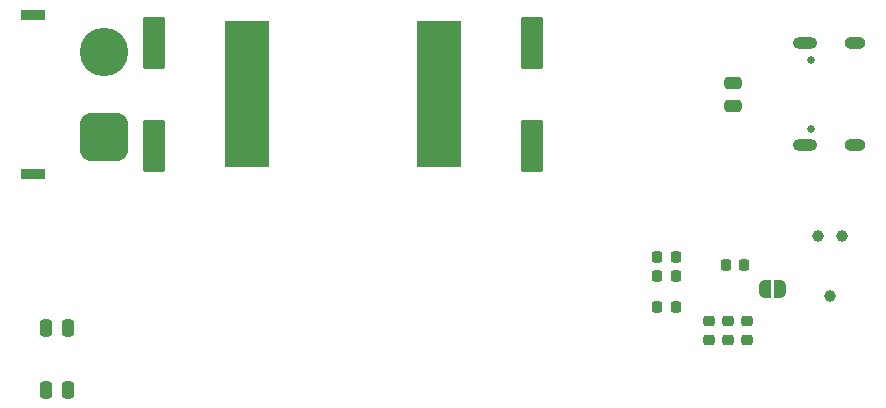
<source format=gbr>
%TF.GenerationSoftware,KiCad,Pcbnew,7.0.8*%
%TF.CreationDate,2024-04-26T14:47:41-04:00*%
%TF.ProjectId,PD Charger,50442043-6861-4726-9765-722e6b696361,rev?*%
%TF.SameCoordinates,Original*%
%TF.FileFunction,Soldermask,Bot*%
%TF.FilePolarity,Negative*%
%FSLAX46Y46*%
G04 Gerber Fmt 4.6, Leading zero omitted, Abs format (unit mm)*
G04 Created by KiCad (PCBNEW 7.0.8) date 2024-04-26 14:47:41*
%MOMM*%
%LPD*%
G01*
G04 APERTURE LIST*
G04 Aperture macros list*
%AMRoundRect*
0 Rectangle with rounded corners*
0 $1 Rounding radius*
0 $2 $3 $4 $5 $6 $7 $8 $9 X,Y pos of 4 corners*
0 Add a 4 corners polygon primitive as box body*
4,1,4,$2,$3,$4,$5,$6,$7,$8,$9,$2,$3,0*
0 Add four circle primitives for the rounded corners*
1,1,$1+$1,$2,$3*
1,1,$1+$1,$4,$5*
1,1,$1+$1,$6,$7*
1,1,$1+$1,$8,$9*
0 Add four rect primitives between the rounded corners*
20,1,$1+$1,$2,$3,$4,$5,0*
20,1,$1+$1,$4,$5,$6,$7,0*
20,1,$1+$1,$6,$7,$8,$9,0*
20,1,$1+$1,$8,$9,$2,$3,0*%
%AMFreePoly0*
4,1,19,0.500000,-0.750000,0.000000,-0.750000,0.000000,-0.744911,-0.071157,-0.744911,-0.207708,-0.704816,-0.327430,-0.627875,-0.420627,-0.520320,-0.479746,-0.390866,-0.500000,-0.250000,-0.500000,0.250000,-0.479746,0.390866,-0.420627,0.520320,-0.327430,0.627875,-0.207708,0.704816,-0.071157,0.744911,0.000000,0.744911,0.000000,0.750000,0.500000,0.750000,0.500000,-0.750000,0.500000,-0.750000,
$1*%
%AMFreePoly1*
4,1,19,0.000000,0.744911,0.071157,0.744911,0.207708,0.704816,0.327430,0.627875,0.420627,0.520320,0.479746,0.390866,0.500000,0.250000,0.500000,-0.250000,0.479746,-0.390866,0.420627,-0.520320,0.327430,-0.627875,0.207708,-0.704816,0.071157,-0.744911,0.000000,-0.744911,0.000000,-0.750000,-0.500000,-0.750000,-0.500000,0.750000,0.000000,0.750000,0.000000,0.744911,0.000000,0.744911,
$1*%
G04 Aperture macros list end*
%ADD10C,0.650000*%
%ADD11O,2.100000X1.000000*%
%ADD12O,1.800000X1.000000*%
%ADD13C,0.990600*%
%ADD14R,2.000000X0.900000*%
%ADD15RoundRect,1.025000X1.025000X-1.025000X1.025000X1.025000X-1.025000X1.025000X-1.025000X-1.025000X0*%
%ADD16C,4.100000*%
%ADD17RoundRect,0.250000X-0.700000X1.950000X-0.700000X-1.950000X0.700000X-1.950000X0.700000X1.950000X0*%
%ADD18RoundRect,0.250000X0.475000X-0.250000X0.475000X0.250000X-0.475000X0.250000X-0.475000X-0.250000X0*%
%ADD19RoundRect,0.225000X0.250000X-0.225000X0.250000X0.225000X-0.250000X0.225000X-0.250000X-0.225000X0*%
%ADD20FreePoly0,0.000000*%
%ADD21FreePoly1,0.000000*%
%ADD22RoundRect,0.225000X-0.225000X-0.250000X0.225000X-0.250000X0.225000X0.250000X-0.225000X0.250000X0*%
%ADD23RoundRect,0.250000X-0.250000X-0.475000X0.250000X-0.475000X0.250000X0.475000X-0.250000X0.475000X0*%
%ADD24R,3.825000X12.320000*%
%ADD25RoundRect,0.225000X0.225000X0.250000X-0.225000X0.250000X-0.225000X-0.250000X0.225000X-0.250000X0*%
G04 APERTURE END LIST*
D10*
%TO.C,J1*%
X80645000Y-27890000D03*
X80645000Y-22110000D03*
D11*
X80145000Y-29320000D03*
D12*
X84325000Y-29320000D03*
D11*
X80145000Y-20680000D03*
D12*
X84325000Y-20680000D03*
%TD*%
D13*
%TO.C,J2*%
X82260000Y-42040000D03*
X81244000Y-36960000D03*
X83276000Y-36960000D03*
%TD*%
D14*
%TO.C,J3*%
X14750000Y-31750000D03*
X14750000Y-18250000D03*
D15*
X20750000Y-28600000D03*
D16*
X20750000Y-21400000D03*
%TD*%
D17*
%TO.C,C2*%
X57000000Y-20650000D03*
X57000000Y-29350000D03*
%TD*%
%TO.C,C1*%
X25000000Y-20650000D03*
X25000000Y-29350000D03*
%TD*%
D18*
%TO.C,C22*%
X74000000Y-25950000D03*
X74000000Y-24050000D03*
%TD*%
D19*
%TO.C,C26*%
X72000000Y-45775000D03*
X72000000Y-44225000D03*
%TD*%
D20*
%TO.C,JP4*%
X76700000Y-41450000D03*
D21*
X78000000Y-41450000D03*
%TD*%
D22*
%TO.C,C12*%
X67625000Y-40400000D03*
X69175000Y-40400000D03*
%TD*%
%TO.C,C13*%
X67625000Y-38800000D03*
X69175000Y-38800000D03*
%TD*%
%TO.C,C11*%
X67625000Y-43000000D03*
X69175000Y-43000000D03*
%TD*%
D19*
%TO.C,C25*%
X73600000Y-45775000D03*
X73600000Y-44225000D03*
%TD*%
D23*
%TO.C,C30*%
X15850000Y-44800000D03*
X17750000Y-44800000D03*
%TD*%
D24*
%TO.C,L1*%
X32877500Y-25000000D03*
X49122500Y-25000000D03*
%TD*%
D19*
%TO.C,C24*%
X75200000Y-45775000D03*
X75200000Y-44225000D03*
%TD*%
D23*
%TO.C,C31*%
X15850000Y-50000000D03*
X17750000Y-50000000D03*
%TD*%
D25*
%TO.C,C23*%
X74975000Y-39400000D03*
X73425000Y-39400000D03*
%TD*%
M02*

</source>
